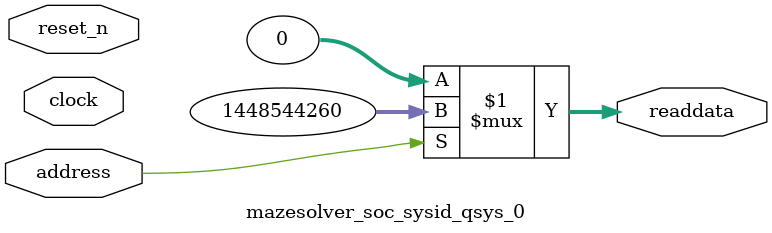
<source format=v>

`timescale 1ns / 1ps
// synthesis translate_on

// turn off superfluous verilog processor warnings 
// altera message_level Level1 
// altera message_off 10034 10035 10036 10037 10230 10240 10030 

module mazesolver_soc_sysid_qsys_0 (
               // inputs:
                address,
                clock,
                reset_n,

               // outputs:
                readdata
             )
;

  output  [ 31: 0] readdata;
  input            address;
  input            clock;
  input            reset_n;

  wire    [ 31: 0] readdata;
  //control_slave, which is an e_avalon_slave
  assign readdata = address ? 1448544260 : 0;

endmodule




</source>
